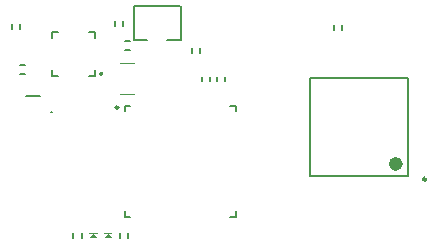
<source format=gto>
G04 Layer_Color=65535*
%FSLAX43Y43*%
%MOMM*%
G71*
G01*
G75*
%ADD35C,0.250*%
%ADD36C,0.200*%
%ADD48C,0.600*%
%ADD75C,0.100*%
%ADD76C,0.254*%
G36*
X8550Y2125D02*
X8244D01*
X8550Y1775D01*
X7850D01*
X8156Y2125D01*
X7850D01*
Y2225D01*
X8550D01*
Y2125D01*
D02*
G37*
G36*
X9796D02*
X9490D01*
X9796Y1775D01*
X9096D01*
X9402Y2125D01*
X9096D01*
Y2225D01*
X9796D01*
Y2125D01*
D02*
G37*
D35*
X10308Y12857D02*
G03*
X10308Y12857I-125J0D01*
G01*
X36359Y6774D02*
G03*
X36359Y6774I-125J0D01*
G01*
D36*
X14450Y18550D02*
X15600D01*
Y21400D01*
X11600Y18550D02*
X12750D01*
X11600D02*
Y21400D01*
X15550D01*
X16550Y17500D02*
Y17900D01*
X17250Y17500D02*
Y17900D01*
X18650Y15057D02*
Y15457D01*
X19350Y15057D02*
Y15457D01*
X11150Y1800D02*
Y2200D01*
X10450Y1800D02*
Y2200D01*
X7200Y1818D02*
Y2218D01*
X6500Y1818D02*
Y2218D01*
X18050Y15057D02*
Y15457D01*
X17350Y15057D02*
Y15457D01*
X1962Y19500D02*
Y19900D01*
X1262Y19500D02*
Y19900D01*
X10003Y19750D02*
Y20150D01*
X10703Y19750D02*
Y20150D01*
X2500Y13800D02*
X3700D01*
X10900Y18450D02*
X11300D01*
X10900Y17750D02*
X11300D01*
X1960Y16410D02*
X2360D01*
X1960Y15710D02*
X2360D01*
X28550Y19400D02*
Y19800D01*
X29250Y19400D02*
Y19800D01*
X4570Y12500D02*
X4670D01*
X4650Y19250D02*
X5150D01*
X4650Y18750D02*
Y19250D01*
Y15550D02*
Y16050D01*
Y15550D02*
X5150D01*
X8350Y18750D02*
Y19250D01*
X7850D02*
X8350D01*
Y15550D02*
Y16050D01*
X7850Y15550D02*
X8350D01*
X10833Y3607D02*
X11283D01*
X10833D02*
Y4057D01*
X19783Y3607D02*
X20233D01*
Y4057D01*
Y12557D02*
Y13007D01*
X19783D02*
X20233D01*
X10833D02*
X11283D01*
X10833Y12557D02*
Y13007D01*
X26484Y15374D02*
X34784D01*
X26484Y7074D02*
X34784D01*
X26484D02*
Y15374D01*
X34784Y7074D02*
Y15374D01*
D48*
X34084Y8074D02*
G03*
X34084Y8074I-300J0D01*
G01*
D75*
X10200Y16675D02*
G03*
X10200Y16675I-25J0D01*
G01*
X10400Y16650D02*
X11600D01*
X10400Y13950D02*
X11600D01*
D76*
X8921Y15700D02*
G03*
X8921Y15700I-71J0D01*
G01*
M02*

</source>
